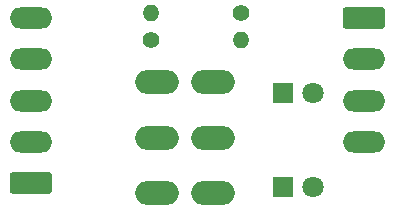
<source format=gbr>
%TF.GenerationSoftware,KiCad,Pcbnew,8.0.2*%
%TF.CreationDate,2025-01-19T22:09:42+01:00*%
%TF.ProjectId,CabControl,43616243-6f6e-4747-926f-6c2e6b696361,rev?*%
%TF.SameCoordinates,Original*%
%TF.FileFunction,Soldermask,Bot*%
%TF.FilePolarity,Negative*%
%FSLAX46Y46*%
G04 Gerber Fmt 4.6, Leading zero omitted, Abs format (unit mm)*
G04 Created by KiCad (PCBNEW 8.0.2) date 2025-01-19 22:09:42*
%MOMM*%
%LPD*%
G01*
G04 APERTURE LIST*
G04 Aperture macros list*
%AMRoundRect*
0 Rectangle with rounded corners*
0 $1 Rounding radius*
0 $2 $3 $4 $5 $6 $7 $8 $9 X,Y pos of 4 corners*
0 Add a 4 corners polygon primitive as box body*
4,1,4,$2,$3,$4,$5,$6,$7,$8,$9,$2,$3,0*
0 Add four circle primitives for the rounded corners*
1,1,$1+$1,$2,$3*
1,1,$1+$1,$4,$5*
1,1,$1+$1,$6,$7*
1,1,$1+$1,$8,$9*
0 Add four rect primitives between the rounded corners*
20,1,$1+$1,$2,$3,$4,$5,0*
20,1,$1+$1,$4,$5,$6,$7,0*
20,1,$1+$1,$6,$7,$8,$9,0*
20,1,$1+$1,$8,$9,$2,$3,0*%
G04 Aperture macros list end*
%ADD10O,3.700000X2.000000*%
%ADD11C,1.400000*%
%ADD12O,1.400000X1.400000*%
%ADD13R,1.800000X1.800000*%
%ADD14C,1.800000*%
%ADD15RoundRect,0.250000X1.550000X-0.650000X1.550000X0.650000X-1.550000X0.650000X-1.550000X-0.650000X0*%
%ADD16O,3.600000X1.800000*%
%ADD17RoundRect,0.250000X-1.550000X0.650000X-1.550000X-0.650000X1.550000X-0.650000X1.550000X0.650000X0*%
G04 APERTURE END LIST*
D10*
%TO.C,SW2*%
X153740574Y-75339534D03*
X153740574Y-80039534D03*
X153740574Y-84739534D03*
X148940574Y-75339534D03*
X148940574Y-80039534D03*
X148940574Y-84739534D03*
%TD*%
D11*
%TO.C,R2*%
X148463000Y-71755000D03*
D12*
X156083000Y-71755000D03*
%TD*%
D13*
%TO.C,D1*%
X159608574Y-76229534D03*
D14*
X162148574Y-76229534D03*
%TD*%
D11*
%TO.C,R1*%
X156083000Y-69469000D03*
D12*
X148463000Y-69469000D03*
%TD*%
D13*
%TO.C,D2*%
X159608574Y-84229534D03*
D14*
X162148574Y-84229534D03*
%TD*%
D15*
%TO.C,J2*%
X138284074Y-83902534D03*
D16*
X138284074Y-80402534D03*
X138284074Y-76902534D03*
X138284074Y-73402534D03*
X138284074Y-69902534D03*
%TD*%
D17*
%TO.C,J1*%
X166469574Y-69902534D03*
D16*
X166469574Y-73402534D03*
X166469574Y-76902534D03*
X166469574Y-80402534D03*
%TD*%
M02*

</source>
